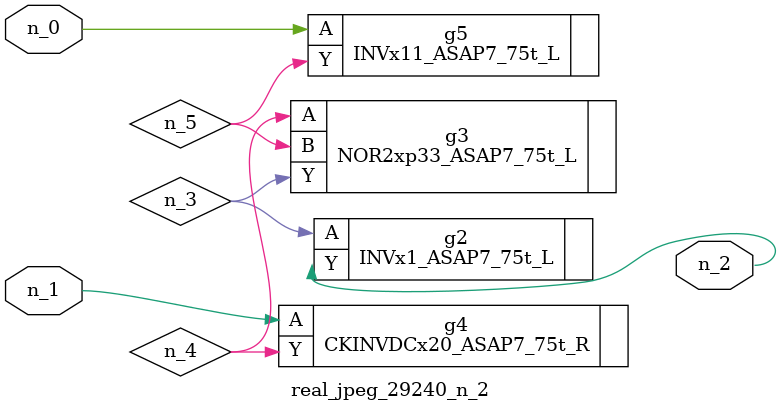
<source format=v>
module real_jpeg_29240_n_2 (n_1, n_0, n_2);

input n_1;
input n_0;

output n_2;

wire n_5;
wire n_4;
wire n_3;

INVx11_ASAP7_75t_L g5 ( 
.A(n_0),
.Y(n_5)
);

CKINVDCx20_ASAP7_75t_R g4 ( 
.A(n_1),
.Y(n_4)
);

INVx1_ASAP7_75t_L g2 ( 
.A(n_3),
.Y(n_2)
);

NOR2xp33_ASAP7_75t_L g3 ( 
.A(n_4),
.B(n_5),
.Y(n_3)
);


endmodule
</source>
